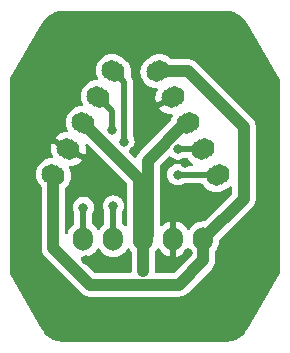
<source format=gbr>
%TF.GenerationSoftware,KiCad,Pcbnew,7.0.9*%
%TF.CreationDate,2024-03-01T15:48:55+09:00*%
%TF.ProjectId,LineIntegratedBoard2,4c696e65-496e-4746-9567-726174656442,rev?*%
%TF.SameCoordinates,Original*%
%TF.FileFunction,Copper,L2,Bot*%
%TF.FilePolarity,Positive*%
%FSLAX46Y46*%
G04 Gerber Fmt 4.6, Leading zero omitted, Abs format (unit mm)*
G04 Created by KiCad (PCBNEW 7.0.9) date 2024-03-01 15:48:55*
%MOMM*%
%LPD*%
G01*
G04 APERTURE LIST*
G04 Aperture macros list*
%AMHorizOval*
0 Thick line with rounded ends*
0 $1 width*
0 $2 $3 position (X,Y) of the first rounded end (center of the circle)*
0 $4 $5 position (X,Y) of the second rounded end (center of the circle)*
0 Add line between two ends*
20,1,$1,$2,$3,$4,$5,0*
0 Add two circle primitives to create the rounded ends*
1,1,$1,$2,$3*
1,1,$1,$4,$5*%
G04 Aperture macros list end*
%TA.AperFunction,SMDPad,CuDef*%
%ADD10O,1.700000X2.000000*%
%TD*%
%TA.AperFunction,SMDPad,CuDef*%
%ADD11HorizOval,1.700000X0.129904X-0.075000X-0.129904X0.075000X0*%
%TD*%
%TA.AperFunction,SMDPad,CuDef*%
%ADD12HorizOval,1.700000X-0.129904X-0.075000X0.129904X0.075000X0*%
%TD*%
%TA.AperFunction,ViaPad*%
%ADD13C,0.800000*%
%TD*%
%TA.AperFunction,Conductor*%
%ADD14C,1.000000*%
%TD*%
%TA.AperFunction,Conductor*%
%ADD15C,0.500000*%
%TD*%
G04 APERTURE END LIST*
D10*
%TO.P,J3,1,Pin_1*%
%TO.N,+3V3*%
X157480000Y-106934000D03*
%TO.P,J3,2,Pin_2*%
%TO.N,GND*%
X154940000Y-106934000D03*
%TO.P,J3,3,Pin_3*%
%TO.N,LED*%
X152400000Y-106934000D03*
%TO.P,J3,4,Pin_4*%
%TO.N,D5*%
X149860000Y-106934000D03*
%TO.P,J3,5,Pin_5*%
%TO.N,D6*%
X147320000Y-106934000D03*
%TD*%
D11*
%TO.P,J2,1,Pin_1*%
%TO.N,+3V3*%
X144780000Y-101508818D03*
%TO.P,J2,2,Pin_2*%
%TO.N,GND*%
X146050000Y-99309113D03*
%TO.P,J2,3,Pin_3*%
%TO.N,LED*%
X147320000Y-97109409D03*
%TO.P,J2,4,Pin_4*%
%TO.N,D3*%
X148590000Y-94909704D03*
%TO.P,J2,5,Pin_5*%
%TO.N,D4*%
X149860000Y-92710000D03*
%TD*%
D12*
%TO.P,J1,1,Pin_1*%
%TO.N,+3V3*%
X153639751Y-92713608D03*
%TO.P,J1,2,Pin_2*%
%TO.N,GND*%
X154909751Y-94913312D03*
%TO.P,J1,3,Pin_3*%
%TO.N,LED*%
X156179751Y-97113017D03*
%TO.P,J1,4,Pin_4*%
%TO.N,D1*%
X157449751Y-99312721D03*
%TO.P,J1,5,Pin_5*%
%TO.N,D2*%
X158719751Y-101512426D03*
%TD*%
D13*
%TO.N,+3V3*%
X155194000Y-92710000D03*
X156210000Y-92710000D03*
%TO.N,GND*%
X145669000Y-111125000D03*
X156210000Y-108077000D03*
X157988000Y-103759000D03*
X159512000Y-107823000D03*
X150749000Y-109093000D03*
X147574000Y-108712000D03*
X146177000Y-94488000D03*
X150495000Y-102870000D03*
X145161000Y-114681000D03*
X141986000Y-92964000D03*
X141986000Y-104902000D03*
X151765000Y-91948000D03*
X146177000Y-91948000D03*
X159766000Y-88646000D03*
X152654000Y-94615000D03*
X154305000Y-96647000D03*
X147828000Y-100203000D03*
X152400000Y-89535000D03*
X151638000Y-99441000D03*
X155956000Y-100457000D03*
X153797000Y-108966000D03*
X158242000Y-110490000D03*
X154432000Y-102616000D03*
X154432000Y-104775000D03*
X158242000Y-92456000D03*
X145161000Y-88646000D03*
%TO.N,LED*%
X152400000Y-109601000D03*
X152400000Y-108585000D03*
%TO.N,D1*%
X155321000Y-99314000D03*
%TO.N,D2*%
X155321000Y-101473000D03*
%TO.N,D3*%
X149733000Y-97663000D03*
%TO.N,D4*%
X150749000Y-98679000D03*
%TO.N,D5*%
X149860000Y-104140000D03*
%TO.N,D6*%
X147320000Y-104267000D03*
%TD*%
D14*
%TO.N,+3V3*%
X157480000Y-106934000D02*
X157480000Y-108712000D01*
X155194000Y-92710000D02*
X153643359Y-92710000D01*
X155194000Y-92710000D02*
X156210000Y-92710000D01*
X153643359Y-92710000D02*
X153639751Y-92713608D01*
X155391000Y-110801000D02*
X147885000Y-110801000D01*
X160909000Y-97409000D02*
X160909000Y-103505000D01*
X156210000Y-92710000D02*
X160909000Y-97409000D01*
X147885000Y-110801000D02*
X144780000Y-107696000D01*
X157480000Y-108712000D02*
X155391000Y-110801000D01*
X144780000Y-107696000D02*
X144780000Y-101508818D01*
X160909000Y-103505000D02*
X157480000Y-106934000D01*
%TO.N,LED*%
X152019000Y-106553000D02*
X152400000Y-106934000D01*
X147320000Y-97109409D02*
X152019000Y-101808409D01*
X152400000Y-106934000D02*
X152400000Y-109601000D01*
X152019000Y-101808409D02*
X152019000Y-106553000D01*
X155966348Y-97113017D02*
X156179751Y-97113017D01*
X152781000Y-100298365D02*
X155966348Y-97113017D01*
X152781000Y-106553000D02*
X152781000Y-100298365D01*
X152400000Y-106934000D02*
X152781000Y-106553000D01*
D15*
%TO.N,D1*%
X155321000Y-99314000D02*
X157448472Y-99314000D01*
X157448472Y-99314000D02*
X157449751Y-99312721D01*
%TO.N,D2*%
X155321000Y-101473000D02*
X158680325Y-101473000D01*
X158680325Y-101473000D02*
X158719751Y-101512426D01*
%TO.N,D3*%
X149733000Y-96052704D02*
X148590000Y-94909704D01*
X149733000Y-97663000D02*
X149733000Y-96052704D01*
%TO.N,D4*%
X150749000Y-93599000D02*
X149860000Y-92710000D01*
X150749000Y-98679000D02*
X150749000Y-93599000D01*
%TO.N,D5*%
X149860000Y-104140000D02*
X149860000Y-106934000D01*
%TO.N,D6*%
X147320000Y-104267000D02*
X147320000Y-106934000D01*
%TD*%
%TA.AperFunction,Conductor*%
%TO.N,GND*%
G36*
X151214855Y-107750543D02*
G01*
X151231571Y-107769836D01*
X151275617Y-107832739D01*
X151361504Y-107955400D01*
X151363173Y-107957069D01*
X151363675Y-107957989D01*
X151364986Y-107959551D01*
X151364672Y-107959814D01*
X151396664Y-108018389D01*
X151399500Y-108044758D01*
X151399500Y-109651741D01*
X151400742Y-109663954D01*
X151387941Y-109732641D01*
X151340038Y-109783504D01*
X151277378Y-109800500D01*
X148350783Y-109800500D01*
X148283744Y-109780815D01*
X148263102Y-109764181D01*
X147727160Y-109228239D01*
X147142910Y-108643990D01*
X147109426Y-108582668D01*
X147114410Y-108512976D01*
X147156282Y-108457043D01*
X147221746Y-108432626D01*
X147241397Y-108432781D01*
X147298645Y-108437790D01*
X147319999Y-108439659D01*
X147320000Y-108439659D01*
X147320001Y-108439659D01*
X147359234Y-108436226D01*
X147555408Y-108419063D01*
X147783663Y-108357903D01*
X147997829Y-108258035D01*
X148191401Y-108122495D01*
X148358495Y-107955401D01*
X148488426Y-107769838D01*
X148543001Y-107726215D01*
X148612500Y-107719021D01*
X148674855Y-107750543D01*
X148691571Y-107769836D01*
X148821505Y-107955401D01*
X148988599Y-108122495D01*
X148993695Y-108126063D01*
X149182165Y-108258032D01*
X149182167Y-108258033D01*
X149182170Y-108258035D01*
X149396337Y-108357903D01*
X149624592Y-108419063D01*
X149812918Y-108435539D01*
X149859999Y-108439659D01*
X149860000Y-108439659D01*
X149860001Y-108439659D01*
X149899234Y-108436226D01*
X150095408Y-108419063D01*
X150323663Y-108357903D01*
X150537829Y-108258035D01*
X150731401Y-108122495D01*
X150898495Y-107955401D01*
X151028426Y-107769838D01*
X151083001Y-107726215D01*
X151152500Y-107719021D01*
X151214855Y-107750543D01*
G37*
%TD.AperFunction*%
%TA.AperFunction,Conductor*%
G36*
X154655323Y-99941474D02*
G01*
X154704139Y-99974682D01*
X154715132Y-99986891D01*
X154715135Y-99986893D01*
X154868265Y-100098148D01*
X154868270Y-100098151D01*
X155041192Y-100175142D01*
X155041197Y-100175144D01*
X155226354Y-100214500D01*
X155226355Y-100214500D01*
X155415644Y-100214500D01*
X155415646Y-100214500D01*
X155600803Y-100175144D01*
X155773730Y-100098151D01*
X155775776Y-100096664D01*
X155787452Y-100088182D01*
X155853258Y-100064702D01*
X155860337Y-100064500D01*
X156080526Y-100064500D01*
X156147565Y-100084185D01*
X156182100Y-100117376D01*
X156281351Y-100259120D01*
X156281359Y-100259129D01*
X156448443Y-100426214D01*
X156448449Y-100426219D01*
X156549429Y-100496925D01*
X156593054Y-100551501D01*
X156600248Y-100621000D01*
X156568726Y-100683354D01*
X156508496Y-100718769D01*
X156478306Y-100722500D01*
X155860337Y-100722500D01*
X155793298Y-100702815D01*
X155787452Y-100698818D01*
X155773734Y-100688851D01*
X155773729Y-100688848D01*
X155600807Y-100611857D01*
X155600802Y-100611855D01*
X155455001Y-100580865D01*
X155415646Y-100572500D01*
X155226354Y-100572500D01*
X155193897Y-100579398D01*
X155041197Y-100611855D01*
X155041192Y-100611857D01*
X154868270Y-100688848D01*
X154868265Y-100688851D01*
X154715129Y-100800111D01*
X154588466Y-100940785D01*
X154493821Y-101104715D01*
X154493818Y-101104722D01*
X154435327Y-101284740D01*
X154435326Y-101284744D01*
X154415540Y-101473000D01*
X154435326Y-101661256D01*
X154435327Y-101661259D01*
X154493818Y-101841277D01*
X154493821Y-101841284D01*
X154588467Y-102005216D01*
X154684299Y-102111648D01*
X154715129Y-102145888D01*
X154868265Y-102257148D01*
X154868270Y-102257151D01*
X155041192Y-102334142D01*
X155041197Y-102334144D01*
X155226354Y-102373500D01*
X155226355Y-102373500D01*
X155415644Y-102373500D01*
X155415646Y-102373500D01*
X155600803Y-102334144D01*
X155773730Y-102257151D01*
X155775776Y-102255664D01*
X155787452Y-102247182D01*
X155853258Y-102223702D01*
X155860337Y-102223500D01*
X157322024Y-102223500D01*
X157389063Y-102243185D01*
X157423598Y-102276376D01*
X157551351Y-102458825D01*
X157551359Y-102458834D01*
X157679323Y-102586799D01*
X157718445Y-102625921D01*
X157912017Y-102761460D01*
X158126184Y-102861329D01*
X158354438Y-102922489D01*
X158542765Y-102938965D01*
X158589846Y-102943085D01*
X158589847Y-102943085D01*
X158589849Y-102943085D01*
X158648698Y-102937936D01*
X158825254Y-102922490D01*
X159053508Y-102861329D01*
X159214030Y-102786477D01*
X159575970Y-102577511D01*
X159575970Y-102577510D01*
X159575975Y-102577508D01*
X159575974Y-102577508D01*
X159713378Y-102481296D01*
X159779582Y-102458970D01*
X159847350Y-102475980D01*
X159895163Y-102526928D01*
X159908500Y-102582872D01*
X159908500Y-103039217D01*
X159888815Y-103106256D01*
X159872181Y-103126898D01*
X157604324Y-105394754D01*
X157543001Y-105428239D01*
X157505836Y-105430601D01*
X157480002Y-105428341D01*
X157479999Y-105428341D01*
X157244596Y-105448936D01*
X157244586Y-105448938D01*
X157016344Y-105510094D01*
X157016335Y-105510098D01*
X156802171Y-105609964D01*
X156802169Y-105609965D01*
X156608597Y-105745505D01*
X156441508Y-105912594D01*
X156311269Y-106098595D01*
X156256692Y-106142219D01*
X156187193Y-106149412D01*
X156124839Y-106117890D01*
X156108119Y-106098594D01*
X155978113Y-105912926D01*
X155978108Y-105912920D01*
X155811082Y-105745894D01*
X155617578Y-105610399D01*
X155403492Y-105510570D01*
X155403486Y-105510567D01*
X155190000Y-105453364D01*
X155190000Y-108414633D01*
X155403483Y-108357433D01*
X155403492Y-108357429D01*
X155617577Y-108257600D01*
X155617579Y-108257599D01*
X155811073Y-108122113D01*
X155811079Y-108122108D01*
X155978108Y-107955079D01*
X155978113Y-107955073D01*
X156108119Y-107769405D01*
X156162696Y-107725780D01*
X156232194Y-107718586D01*
X156294549Y-107750109D01*
X156311269Y-107769405D01*
X156441504Y-107955400D01*
X156443173Y-107957069D01*
X156443675Y-107957989D01*
X156444986Y-107959551D01*
X156444672Y-107959814D01*
X156476664Y-108018389D01*
X156479500Y-108044758D01*
X156479500Y-108246217D01*
X156459815Y-108313256D01*
X156443181Y-108333898D01*
X155012899Y-109764181D01*
X154951576Y-109797666D01*
X154925218Y-109800500D01*
X153524500Y-109800500D01*
X153457461Y-109780815D01*
X153411706Y-109728011D01*
X153400500Y-109676500D01*
X153400500Y-108044758D01*
X153420185Y-107977719D01*
X153436827Y-107957069D01*
X153438495Y-107955401D01*
X153568732Y-107769402D01*
X153623306Y-107725779D01*
X153692805Y-107718585D01*
X153755160Y-107750107D01*
X153771880Y-107769404D01*
X153901886Y-107955073D01*
X153901891Y-107955079D01*
X154068917Y-108122105D01*
X154262421Y-108257600D01*
X154476507Y-108357429D01*
X154476516Y-108357433D01*
X154690000Y-108414634D01*
X154690000Y-105453364D01*
X154689999Y-105453364D01*
X154476513Y-105510567D01*
X154476507Y-105510570D01*
X154262422Y-105610399D01*
X154262420Y-105610400D01*
X154068926Y-105745886D01*
X154068920Y-105745891D01*
X153993181Y-105821631D01*
X153931858Y-105855116D01*
X153862166Y-105850132D01*
X153806233Y-105808260D01*
X153781816Y-105742796D01*
X153781500Y-105733950D01*
X153781500Y-100764147D01*
X153801185Y-100697108D01*
X153817815Y-100676470D01*
X154524311Y-99969973D01*
X154585632Y-99936490D01*
X154655323Y-99941474D01*
G37*
%TD.AperFunction*%
%TA.AperFunction,Conductor*%
G36*
X159424681Y-87616633D02*
G01*
X159443144Y-87617842D01*
X159475341Y-87619951D01*
X159695909Y-87636502D01*
X159703342Y-87637517D01*
X159809812Y-87658693D01*
X159971465Y-87695587D01*
X159977567Y-87697314D01*
X160089720Y-87735383D01*
X160092386Y-87736358D01*
X160236383Y-87792870D01*
X160241147Y-87794975D01*
X160350337Y-87848820D01*
X160353870Y-87850707D01*
X160485834Y-87926895D01*
X160489280Y-87929038D01*
X160507336Y-87941102D01*
X160590487Y-87996660D01*
X160594686Y-87999730D01*
X160715609Y-88096161D01*
X160717832Y-88098020D01*
X160806847Y-88176081D01*
X160811416Y-88180524D01*
X160924184Y-88302056D01*
X160985087Y-88371500D01*
X160995734Y-88383641D01*
X161000350Y-88389600D01*
X161086379Y-88515777D01*
X161126698Y-88574913D01*
X161152902Y-88614130D01*
X161155029Y-88617550D01*
X163930466Y-93424745D01*
X163940387Y-93441929D01*
X163957000Y-93503929D01*
X163957000Y-109728069D01*
X163940387Y-109790069D01*
X161155295Y-114613989D01*
X161153151Y-114617436D01*
X161124290Y-114660629D01*
X161000680Y-114841970D01*
X160996059Y-114847934D01*
X160922573Y-114931729D01*
X160811886Y-115051017D01*
X160807313Y-115055463D01*
X160716725Y-115134904D01*
X160714502Y-115136764D01*
X160595327Y-115231800D01*
X160591114Y-115234878D01*
X160488415Y-115303498D01*
X160484969Y-115305642D01*
X160354791Y-115380797D01*
X160351212Y-115382710D01*
X160240422Y-115437343D01*
X160235650Y-115439452D01*
X160093763Y-115495136D01*
X160091040Y-115496132D01*
X159976957Y-115534855D01*
X159970821Y-115536592D01*
X159812158Y-115572803D01*
X159702816Y-115594551D01*
X159695347Y-115595570D01*
X159479493Y-115611742D01*
X159424162Y-115615367D01*
X159420108Y-115615500D01*
X145568283Y-115615500D01*
X145564229Y-115615367D01*
X145555356Y-115614785D01*
X145512277Y-115611960D01*
X145293592Y-115595596D01*
X145286115Y-115594576D01*
X145176553Y-115572781D01*
X145018163Y-115536626D01*
X145012026Y-115534889D01*
X144897744Y-115496093D01*
X144895022Y-115495097D01*
X144753331Y-115439484D01*
X144748559Y-115437376D01*
X144748492Y-115437343D01*
X144637627Y-115382668D01*
X144634061Y-115380762D01*
X144504044Y-115305694D01*
X144500598Y-115303551D01*
X144469709Y-115282911D01*
X144397742Y-115234822D01*
X144393545Y-115231754D01*
X144274519Y-115136831D01*
X144272295Y-115134971D01*
X144181582Y-115055415D01*
X144177022Y-115050981D01*
X144066518Y-114931884D01*
X143992898Y-114847934D01*
X143992829Y-114847855D01*
X143988213Y-114841896D01*
X143972075Y-114818226D01*
X143866637Y-114663573D01*
X143835453Y-114616901D01*
X143833332Y-114613489D01*
X141113613Y-109902797D01*
X141097000Y-109840797D01*
X141097000Y-101433818D01*
X143294437Y-101433818D01*
X143315032Y-101669222D01*
X143315034Y-101669232D01*
X143376190Y-101897473D01*
X143376193Y-101897482D01*
X143476060Y-102111645D01*
X143583617Y-102265255D01*
X143611601Y-102305220D01*
X143743181Y-102436798D01*
X143776666Y-102498121D01*
X143779500Y-102524480D01*
X143779500Y-107683283D01*
X143777243Y-107772362D01*
X143777243Y-107772370D01*
X143788064Y-107832739D01*
X143788718Y-107837404D01*
X143794925Y-107898430D01*
X143794927Y-107898444D01*
X143805208Y-107931213D01*
X143807079Y-107938837D01*
X143813142Y-107972652D01*
X143813142Y-107972655D01*
X143835894Y-108029612D01*
X143837474Y-108034051D01*
X143855841Y-108092588D01*
X143855844Y-108092595D01*
X143872509Y-108122619D01*
X143875879Y-108129714D01*
X143888622Y-108161614D01*
X143888627Y-108161624D01*
X143922377Y-108212833D01*
X143924818Y-108216863D01*
X143954588Y-108270498D01*
X143954589Y-108270499D01*
X143954591Y-108270502D01*
X143976968Y-108296567D01*
X143981693Y-108302835D01*
X143994263Y-108321906D01*
X144000598Y-108331519D01*
X144043978Y-108374899D01*
X144047169Y-108378343D01*
X144087131Y-108424892D01*
X144087130Y-108424892D01*
X144114299Y-108445923D01*
X144120186Y-108451107D01*
X147168547Y-111499467D01*
X147229941Y-111564053D01*
X147229944Y-111564055D01*
X147229947Y-111564058D01*
X147264053Y-111587795D01*
X147280303Y-111599106D01*
X147284044Y-111601926D01*
X147331593Y-111640698D01*
X147362045Y-111656604D01*
X147368756Y-111660671D01*
X147396951Y-111680295D01*
X147453332Y-111704490D01*
X147457567Y-111706501D01*
X147511951Y-111734909D01*
X147544973Y-111744356D01*
X147552365Y-111746989D01*
X147583940Y-111760539D01*
X147583941Y-111760540D01*
X147597054Y-111763234D01*
X147644055Y-111772892D01*
X147648595Y-111774006D01*
X147707582Y-111790886D01*
X147741841Y-111793494D01*
X147749609Y-111794585D01*
X147783255Y-111801500D01*
X147783259Y-111801500D01*
X147844601Y-111801500D01*
X147849308Y-111801678D01*
X147876597Y-111803757D01*
X147910475Y-111806337D01*
X147910475Y-111806336D01*
X147910476Y-111806337D01*
X147944559Y-111801996D01*
X147952389Y-111801500D01*
X155378284Y-111801500D01*
X155467358Y-111803757D01*
X155467358Y-111803756D01*
X155467363Y-111803757D01*
X155527753Y-111792932D01*
X155532412Y-111792280D01*
X155574607Y-111787988D01*
X155593438Y-111786074D01*
X155626227Y-111775786D01*
X155633840Y-111773918D01*
X155667653Y-111767858D01*
X155724621Y-111745101D01*
X155729053Y-111743524D01*
X155787588Y-111725159D01*
X155817627Y-111708484D01*
X155824708Y-111705122D01*
X155856617Y-111692377D01*
X155907854Y-111658608D01*
X155911851Y-111656187D01*
X155965502Y-111626409D01*
X155991568Y-111604030D01*
X155997843Y-111599300D01*
X155998145Y-111599101D01*
X156026519Y-111580402D01*
X156069892Y-111537027D01*
X156073350Y-111533823D01*
X156076613Y-111531020D01*
X156119895Y-111493866D01*
X156140928Y-111466691D01*
X156146098Y-111460821D01*
X158178468Y-109428451D01*
X158243053Y-109367059D01*
X158278099Y-109316706D01*
X158280938Y-109312941D01*
X158284612Y-109308435D01*
X158319698Y-109265407D01*
X158335601Y-109234960D01*
X158339674Y-109228239D01*
X158344489Y-109221320D01*
X158359295Y-109200049D01*
X158383492Y-109143660D01*
X158385498Y-109139435D01*
X158413909Y-109085049D01*
X158423357Y-109052022D01*
X158425988Y-109044633D01*
X158439540Y-109013058D01*
X158451895Y-108952930D01*
X158452999Y-108948429D01*
X158469886Y-108889418D01*
X158472494Y-108855157D01*
X158473585Y-108847389D01*
X158480500Y-108813743D01*
X158480500Y-108752398D01*
X158480679Y-108747688D01*
X158485337Y-108686524D01*
X158480997Y-108652442D01*
X158480500Y-108644603D01*
X158480500Y-108044758D01*
X158500185Y-107977719D01*
X158516827Y-107957069D01*
X158518495Y-107955401D01*
X158654035Y-107761829D01*
X158753903Y-107547663D01*
X158815063Y-107319408D01*
X158830500Y-107142966D01*
X158830500Y-107049782D01*
X158850185Y-106982743D01*
X158866814Y-106962106D01*
X161607487Y-104221433D01*
X161672053Y-104160059D01*
X161707097Y-104109709D01*
X161709924Y-104105957D01*
X161748698Y-104058407D01*
X161764607Y-104027948D01*
X161768667Y-104021248D01*
X161788295Y-103993049D01*
X161812492Y-103936660D01*
X161814498Y-103932435D01*
X161842909Y-103878049D01*
X161852357Y-103845022D01*
X161854988Y-103837633D01*
X161868540Y-103806058D01*
X161880895Y-103745930D01*
X161881999Y-103741429D01*
X161898886Y-103682418D01*
X161901494Y-103648157D01*
X161902585Y-103640389D01*
X161909500Y-103606743D01*
X161909500Y-103545398D01*
X161909679Y-103540688D01*
X161914337Y-103479524D01*
X161909997Y-103445442D01*
X161909500Y-103437603D01*
X161909500Y-97421715D01*
X161911757Y-97332642D01*
X161911756Y-97332641D01*
X161911757Y-97332637D01*
X161900930Y-97272234D01*
X161900280Y-97267599D01*
X161894074Y-97206562D01*
X161883790Y-97173786D01*
X161881920Y-97166168D01*
X161875859Y-97132348D01*
X161875858Y-97132346D01*
X161875858Y-97132344D01*
X161853098Y-97075366D01*
X161851517Y-97070925D01*
X161840059Y-97034406D01*
X161833159Y-97012412D01*
X161816482Y-96982366D01*
X161813122Y-96975288D01*
X161811839Y-96972075D01*
X161800378Y-96943383D01*
X161800375Y-96943378D01*
X161800374Y-96943376D01*
X161782653Y-96916489D01*
X161766605Y-96892139D01*
X161764183Y-96888142D01*
X161734409Y-96834498D01*
X161712034Y-96808434D01*
X161707306Y-96802163D01*
X161688404Y-96773484D01*
X161688399Y-96773478D01*
X161659249Y-96744329D01*
X161645019Y-96730099D01*
X161641828Y-96726655D01*
X161601865Y-96680104D01*
X161574694Y-96659072D01*
X161568807Y-96653887D01*
X156926452Y-92011532D01*
X156865059Y-91946947D01*
X156817151Y-91913602D01*
X156814709Y-91911902D01*
X156810946Y-91909064D01*
X156763413Y-91870305D01*
X156763406Y-91870300D01*
X156732959Y-91854397D01*
X156726251Y-91850334D01*
X156698049Y-91830705D01*
X156698046Y-91830703D01*
X156698045Y-91830703D01*
X156698041Y-91830701D01*
X156641680Y-91806514D01*
X156637424Y-91804493D01*
X156583057Y-91776094D01*
X156583050Y-91776091D01*
X156583049Y-91776091D01*
X156577008Y-91774362D01*
X156550030Y-91766642D01*
X156542630Y-91764008D01*
X156511057Y-91750459D01*
X156511058Y-91750459D01*
X156450966Y-91738109D01*
X156446391Y-91736986D01*
X156387420Y-91720113D01*
X156387425Y-91720113D01*
X156353158Y-91717503D01*
X156345380Y-91716412D01*
X156311742Y-91709500D01*
X156311741Y-91709500D01*
X156250402Y-91709500D01*
X156245695Y-91709321D01*
X156240121Y-91708896D01*
X156184524Y-91704662D01*
X156164589Y-91707201D01*
X156150440Y-91709003D01*
X156142611Y-91709500D01*
X154801805Y-91709500D01*
X154734766Y-91689815D01*
X154714124Y-91673181D01*
X154641057Y-91600114D01*
X154641051Y-91600109D01*
X154447485Y-91464574D01*
X154447483Y-91464573D01*
X154393834Y-91439556D01*
X154233318Y-91364706D01*
X154233314Y-91364705D01*
X154233310Y-91364703D01*
X154005063Y-91303545D01*
X153769657Y-91282950D01*
X153769654Y-91282950D01*
X153651951Y-91293247D01*
X153534248Y-91303544D01*
X153534245Y-91303544D01*
X153306000Y-91364702D01*
X153305986Y-91364707D01*
X153153209Y-91435949D01*
X153145472Y-91439557D01*
X152873637Y-91596501D01*
X152783527Y-91648526D01*
X152783528Y-91648526D01*
X152638442Y-91750116D01*
X152471353Y-91917204D01*
X152471348Y-91917210D01*
X152335811Y-92110780D01*
X152235944Y-92324943D01*
X152235941Y-92324952D01*
X152174785Y-92553193D01*
X152174783Y-92553203D01*
X152154188Y-92788606D01*
X152154188Y-92788609D01*
X152174782Y-93024009D01*
X152174783Y-93024017D01*
X152235942Y-93252264D01*
X152235946Y-93252275D01*
X152335809Y-93466433D01*
X152335815Y-93466443D01*
X152471351Y-93660007D01*
X152471359Y-93660016D01*
X152607547Y-93796205D01*
X152638445Y-93827103D01*
X152832017Y-93962642D01*
X153046184Y-94062511D01*
X153274438Y-94123671D01*
X153500635Y-94143461D01*
X153565703Y-94168914D01*
X153606682Y-94225504D01*
X153610560Y-94295266D01*
X153602209Y-94319394D01*
X153506418Y-94524819D01*
X153506414Y-94524828D01*
X153445280Y-94752985D01*
X153445278Y-94752994D01*
X153424690Y-94988310D01*
X153424690Y-94988312D01*
X153445277Y-95223626D01*
X153445279Y-95223637D01*
X153502482Y-95437122D01*
X154893869Y-94633805D01*
X154961769Y-94617332D01*
X155027796Y-94640185D01*
X155063256Y-94679192D01*
X155189256Y-94897430D01*
X155205729Y-94965330D01*
X155182876Y-95031357D01*
X155143869Y-95066817D01*
X153752481Y-95870135D01*
X153752481Y-95870136D01*
X153908765Y-96026420D01*
X154102267Y-96161910D01*
X154102269Y-96161911D01*
X154316354Y-96261740D01*
X154316363Y-96261744D01*
X154544520Y-96322878D01*
X154544530Y-96322880D01*
X154770329Y-96342635D01*
X154835398Y-96368087D01*
X154876377Y-96424678D01*
X154880255Y-96494440D01*
X154871904Y-96518568D01*
X154777628Y-96720743D01*
X154775944Y-96724354D01*
X154746432Y-96834495D01*
X154724461Y-96916489D01*
X154692367Y-96972075D01*
X152082532Y-99581911D01*
X152017946Y-99643307D01*
X151982899Y-99693659D01*
X151980062Y-99697421D01*
X151941302Y-99744957D01*
X151941299Y-99744962D01*
X151925392Y-99775412D01*
X151921324Y-99782126D01*
X151901702Y-99810319D01*
X151877509Y-99866695D01*
X151875488Y-99870949D01*
X151847091Y-99925316D01*
X151847089Y-99925319D01*
X151839124Y-99953154D01*
X151801754Y-100012190D01*
X151738399Y-100041651D01*
X151669174Y-100032182D01*
X151632229Y-100006718D01*
X151238903Y-99613392D01*
X151205418Y-99552069D01*
X151210402Y-99482377D01*
X151252274Y-99426444D01*
X151253573Y-99425484D01*
X151354871Y-99351888D01*
X151481533Y-99211216D01*
X151576179Y-99047284D01*
X151634674Y-98867256D01*
X151654460Y-98679000D01*
X151634674Y-98490744D01*
X151576179Y-98310716D01*
X151516113Y-98206677D01*
X151499500Y-98144677D01*
X151499500Y-93662705D01*
X151500809Y-93644735D01*
X151501129Y-93642547D01*
X151504289Y-93620977D01*
X151499735Y-93568931D01*
X151499500Y-93563528D01*
X151499500Y-93555297D01*
X151499500Y-93555291D01*
X151495693Y-93522724D01*
X151488999Y-93446203D01*
X151488999Y-93446201D01*
X151487539Y-93439129D01*
X151487597Y-93439116D01*
X151485965Y-93431757D01*
X151485906Y-93431772D01*
X151484242Y-93424753D01*
X151484241Y-93424745D01*
X151457974Y-93352576D01*
X151433814Y-93279666D01*
X151433809Y-93279659D01*
X151430760Y-93273118D01*
X151430815Y-93273091D01*
X151427533Y-93266313D01*
X151427480Y-93266340D01*
X151424235Y-93259880D01*
X151382028Y-93195708D01*
X151337920Y-93124198D01*
X151340605Y-93122541D01*
X151319703Y-93070899D01*
X151323323Y-93026544D01*
X151324968Y-93020407D01*
X151345246Y-92788607D01*
X151345562Y-92785000D01*
X151345562Y-92784996D01*
X151332439Y-92635000D01*
X151324967Y-92549591D01*
X151264773Y-92324945D01*
X151263808Y-92321343D01*
X151263807Y-92321342D01*
X151263806Y-92321336D01*
X151163938Y-92107169D01*
X151058904Y-91957164D01*
X151028402Y-91913602D01*
X151028397Y-91913596D01*
X150861308Y-91746508D01*
X150847710Y-91736986D01*
X150716223Y-91644918D01*
X150716224Y-91644918D01*
X150638621Y-91600114D01*
X150354279Y-91435949D01*
X150354277Y-91435948D01*
X150193763Y-91361099D01*
X150193752Y-91361095D01*
X149965505Y-91299936D01*
X149965497Y-91299935D01*
X149730098Y-91279341D01*
X149730095Y-91279341D01*
X149494691Y-91299936D01*
X149494681Y-91299938D01*
X149266440Y-91361094D01*
X149266433Y-91361096D01*
X149266433Y-91361097D01*
X149258691Y-91364707D01*
X149052267Y-91460964D01*
X149052265Y-91460965D01*
X148858698Y-91596501D01*
X148858692Y-91596506D01*
X148691608Y-91763591D01*
X148691600Y-91763600D01*
X148556064Y-91957164D01*
X148556058Y-91957174D01*
X148456195Y-92171332D01*
X148456191Y-92171343D01*
X148395032Y-92399590D01*
X148395031Y-92399598D01*
X148374437Y-92634997D01*
X148374437Y-92635000D01*
X148395032Y-92870404D01*
X148395034Y-92870414D01*
X148456190Y-93098655D01*
X148456192Y-93098659D01*
X148456193Y-93098663D01*
X148470967Y-93130345D01*
X148551927Y-93303964D01*
X148562419Y-93373042D01*
X148533899Y-93436826D01*
X148475423Y-93475065D01*
X148450353Y-93479897D01*
X148224691Y-93499640D01*
X148224681Y-93499642D01*
X147996440Y-93560798D01*
X147996431Y-93560802D01*
X147782267Y-93660668D01*
X147782265Y-93660669D01*
X147588698Y-93796205D01*
X147588692Y-93796210D01*
X147421608Y-93963295D01*
X147421600Y-93963304D01*
X147286064Y-94156868D01*
X147286058Y-94156878D01*
X147186195Y-94371036D01*
X147186191Y-94371047D01*
X147125032Y-94599294D01*
X147125031Y-94599302D01*
X147104437Y-94834701D01*
X147104437Y-94834704D01*
X147125032Y-95070108D01*
X147125034Y-95070118D01*
X147186190Y-95298359D01*
X147186193Y-95298368D01*
X147281928Y-95503669D01*
X147292420Y-95572746D01*
X147263900Y-95636530D01*
X147205424Y-95674770D01*
X147180354Y-95679602D01*
X146954691Y-95699345D01*
X146954681Y-95699347D01*
X146726440Y-95760503D01*
X146726433Y-95760505D01*
X146726433Y-95760506D01*
X146718691Y-95764116D01*
X146512267Y-95860373D01*
X146512265Y-95860374D01*
X146318698Y-95995910D01*
X146318692Y-95995915D01*
X146151608Y-96163000D01*
X146151600Y-96163009D01*
X146016064Y-96356573D01*
X146016058Y-96356583D01*
X145916195Y-96570741D01*
X145916191Y-96570752D01*
X145855032Y-96798999D01*
X145855031Y-96799007D01*
X145834437Y-97034406D01*
X145834437Y-97034409D01*
X145855032Y-97269813D01*
X145855034Y-97269823D01*
X145916190Y-97498064D01*
X145916192Y-97498068D01*
X145916193Y-97498072D01*
X145952102Y-97575078D01*
X146012152Y-97703856D01*
X146022644Y-97772934D01*
X145994124Y-97836718D01*
X145935648Y-97874957D01*
X145910578Y-97879789D01*
X145684778Y-97899544D01*
X145684769Y-97899546D01*
X145456612Y-97960680D01*
X145456598Y-97960685D01*
X145242522Y-98060510D01*
X145242516Y-98060513D01*
X145049014Y-98196004D01*
X144892729Y-98352288D01*
X144892729Y-98352289D01*
X145972628Y-98975768D01*
X145972634Y-98975770D01*
X147457267Y-99832924D01*
X147514472Y-99619432D01*
X147514472Y-99619431D01*
X147535060Y-99384114D01*
X147535060Y-99384110D01*
X147514472Y-99148796D01*
X147514471Y-99148789D01*
X147476859Y-99008420D01*
X147478522Y-98938570D01*
X147517684Y-98880707D01*
X147581913Y-98853203D01*
X147650815Y-98864789D01*
X147684315Y-98888645D01*
X150982181Y-102186511D01*
X151015666Y-102247834D01*
X151018500Y-102274192D01*
X151018500Y-105733242D01*
X150998815Y-105800281D01*
X150946011Y-105846036D01*
X150876853Y-105855980D01*
X150813297Y-105826955D01*
X150806819Y-105820923D01*
X150731403Y-105745507D01*
X150731401Y-105745505D01*
X150696370Y-105720976D01*
X150663375Y-105697872D01*
X150619751Y-105643294D01*
X150610500Y-105596298D01*
X150610500Y-104674321D01*
X150627113Y-104612321D01*
X150687179Y-104508284D01*
X150745674Y-104328256D01*
X150765460Y-104140000D01*
X150745674Y-103951744D01*
X150687179Y-103771716D01*
X150592533Y-103607784D01*
X150465871Y-103467112D01*
X150436045Y-103445442D01*
X150312734Y-103355851D01*
X150312729Y-103355848D01*
X150139807Y-103278857D01*
X150139802Y-103278855D01*
X149994001Y-103247865D01*
X149954646Y-103239500D01*
X149765354Y-103239500D01*
X149732897Y-103246398D01*
X149580197Y-103278855D01*
X149580192Y-103278857D01*
X149407270Y-103355848D01*
X149407265Y-103355851D01*
X149254129Y-103467111D01*
X149127466Y-103607785D01*
X149032821Y-103771715D01*
X149032818Y-103771722D01*
X148980604Y-103932421D01*
X148974326Y-103951744D01*
X148954540Y-104140000D01*
X148974326Y-104328256D01*
X148974327Y-104328259D01*
X149032818Y-104508277D01*
X149032821Y-104508284D01*
X149092887Y-104612321D01*
X149109500Y-104674321D01*
X149109500Y-105596298D01*
X149089815Y-105663337D01*
X149056625Y-105697872D01*
X148988595Y-105745507D01*
X148821505Y-105912597D01*
X148691575Y-106098158D01*
X148636998Y-106141783D01*
X148567500Y-106148977D01*
X148505145Y-106117454D01*
X148488425Y-106098158D01*
X148358494Y-105912597D01*
X148191404Y-105745507D01*
X148123375Y-105697872D01*
X148079751Y-105643294D01*
X148070500Y-105596298D01*
X148070500Y-104801321D01*
X148087113Y-104739321D01*
X148147179Y-104635284D01*
X148205674Y-104455256D01*
X148225460Y-104267000D01*
X148205674Y-104078744D01*
X148147179Y-103898716D01*
X148052533Y-103734784D01*
X147925871Y-103594112D01*
X147858822Y-103545398D01*
X147772734Y-103482851D01*
X147772729Y-103482848D01*
X147599807Y-103405857D01*
X147599802Y-103405855D01*
X147454001Y-103374865D01*
X147414646Y-103366500D01*
X147225354Y-103366500D01*
X147192897Y-103373398D01*
X147040197Y-103405855D01*
X147040192Y-103405857D01*
X146867270Y-103482848D01*
X146867265Y-103482851D01*
X146714129Y-103594111D01*
X146587466Y-103734785D01*
X146492821Y-103898715D01*
X146492818Y-103898722D01*
X146434327Y-104078740D01*
X146434326Y-104078744D01*
X146414540Y-104267000D01*
X146434326Y-104455256D01*
X146434327Y-104455259D01*
X146492818Y-104635277D01*
X146492821Y-104635284D01*
X146552887Y-104739321D01*
X146569500Y-104801321D01*
X146569500Y-105596298D01*
X146549815Y-105663337D01*
X146516625Y-105697872D01*
X146448595Y-105745507D01*
X146281505Y-105912597D01*
X146145965Y-106106169D01*
X146145964Y-106106171D01*
X146046098Y-106320335D01*
X146046094Y-106320344D01*
X146024275Y-106401778D01*
X145987910Y-106461439D01*
X145925063Y-106491968D01*
X145855688Y-106483674D01*
X145801810Y-106439188D01*
X145780535Y-106372636D01*
X145780500Y-106369685D01*
X145780500Y-102674480D01*
X145800185Y-102607441D01*
X145816819Y-102586799D01*
X145948398Y-102455219D01*
X146005619Y-102373500D01*
X146083939Y-102261647D01*
X146183806Y-102047479D01*
X146244968Y-101819225D01*
X146265562Y-101583817D01*
X146244967Y-101348409D01*
X146183806Y-101120154D01*
X146087845Y-100914367D01*
X146077354Y-100845292D01*
X146105874Y-100781508D01*
X146164350Y-100743268D01*
X146189421Y-100738436D01*
X146415219Y-100718681D01*
X146415230Y-100718679D01*
X146643387Y-100657545D01*
X146643396Y-100657541D01*
X146857482Y-100557712D01*
X146857486Y-100557710D01*
X147050977Y-100422226D01*
X147050983Y-100422221D01*
X147207267Y-100265936D01*
X146079507Y-99614823D01*
X146079504Y-99614822D01*
X144642731Y-98785301D01*
X144585527Y-98998790D01*
X144585527Y-98998794D01*
X144564940Y-99234111D01*
X144564940Y-99234115D01*
X144585527Y-99469429D01*
X144585529Y-99469439D01*
X144646663Y-99697596D01*
X144646667Y-99697605D01*
X144742458Y-99903031D01*
X144752950Y-99972109D01*
X144724430Y-100035893D01*
X144665953Y-100074132D01*
X144640884Y-100078964D01*
X144414691Y-100098754D01*
X144414681Y-100098756D01*
X144186440Y-100159912D01*
X144186433Y-100159914D01*
X144186433Y-100159915D01*
X144178691Y-100163525D01*
X143972267Y-100259782D01*
X143972265Y-100259783D01*
X143778698Y-100395319D01*
X143778692Y-100395324D01*
X143611608Y-100562409D01*
X143611600Y-100562418D01*
X143476064Y-100755982D01*
X143476058Y-100755992D01*
X143376195Y-100970150D01*
X143376191Y-100970161D01*
X143315032Y-101198408D01*
X143315031Y-101198416D01*
X143294437Y-101433815D01*
X143294437Y-101433818D01*
X141097000Y-101433818D01*
X141097000Y-93391201D01*
X141113613Y-93329201D01*
X141149906Y-93266340D01*
X143833637Y-88617981D01*
X143835754Y-88614576D01*
X143863832Y-88572555D01*
X143871557Y-88561226D01*
X143988611Y-88389583D01*
X143993203Y-88383657D01*
X144064632Y-88302205D01*
X144064772Y-88302056D01*
X144177586Y-88180467D01*
X144182089Y-88176087D01*
X144271062Y-88098057D01*
X144273170Y-88096294D01*
X144394315Y-87999681D01*
X144398495Y-87996627D01*
X144499606Y-87929064D01*
X144502993Y-87926958D01*
X144635158Y-87850650D01*
X144638655Y-87848781D01*
X144747727Y-87794990D01*
X144752471Y-87792894D01*
X144896675Y-87736295D01*
X144899307Y-87735333D01*
X145011317Y-87697309D01*
X145017395Y-87695588D01*
X145169081Y-87660964D01*
X145179295Y-87658633D01*
X145189262Y-87656649D01*
X145285522Y-87637500D01*
X145292945Y-87636488D01*
X145517232Y-87619674D01*
X145563618Y-87616632D01*
X145567671Y-87616500D01*
X159420627Y-87616500D01*
X159424681Y-87616633D01*
G37*
%TD.AperFunction*%
%TD*%
M02*

</source>
